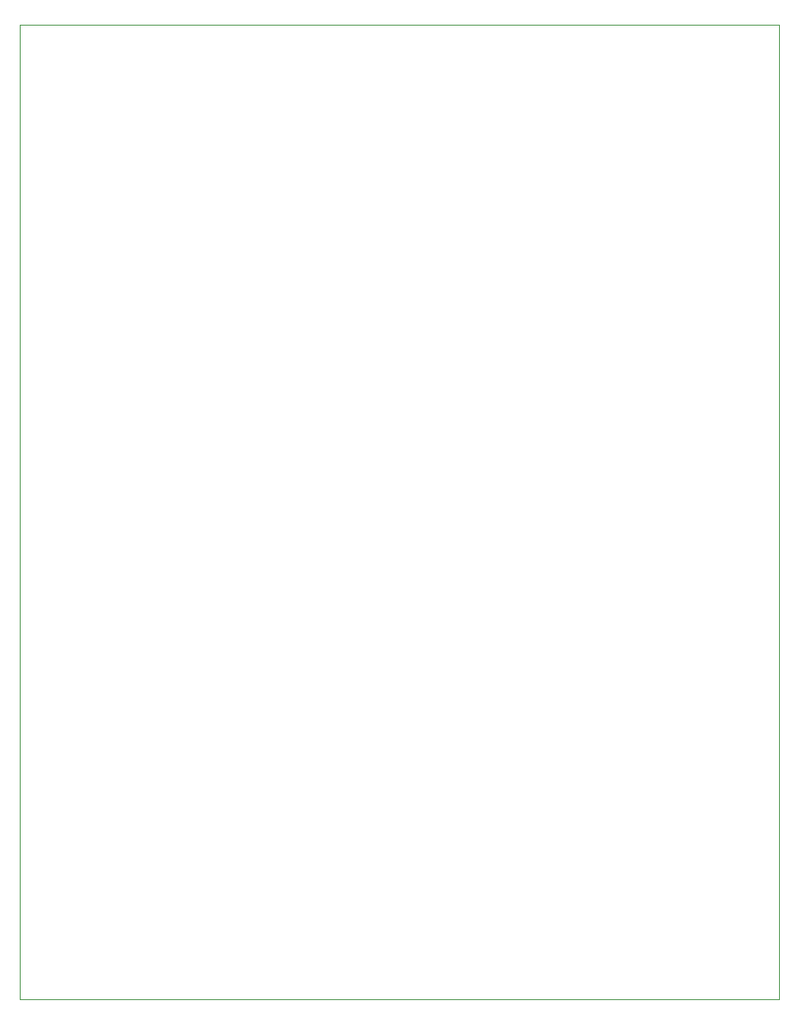
<source format=gbr>
%TF.GenerationSoftware,KiCad,Pcbnew,(6.0.8)*%
%TF.CreationDate,2022-11-01T22:15:49+07:00*%
%TF.ProjectId,esp32,65737033-322e-46b6-9963-61645f706362,rev?*%
%TF.SameCoordinates,Original*%
%TF.FileFunction,Profile,NP*%
%FSLAX46Y46*%
G04 Gerber Fmt 4.6, Leading zero omitted, Abs format (unit mm)*
G04 Created by KiCad (PCBNEW (6.0.8)) date 2022-11-01 22:15:49*
%MOMM*%
%LPD*%
G01*
G04 APERTURE LIST*
%TA.AperFunction,Profile*%
%ADD10C,0.100000*%
%TD*%
G04 APERTURE END LIST*
D10*
X125200000Y-43726000D02*
X203200000Y-43726000D01*
X203200000Y-43726000D02*
X203200000Y-143726000D01*
X203200000Y-143726000D02*
X125200000Y-143726000D01*
X125200000Y-143726000D02*
X125200000Y-43726000D01*
M02*

</source>
